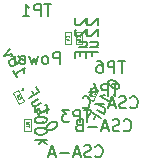
<source format=gbr>
%TF.GenerationSoftware,KiCad,Pcbnew,8.0.5-8.0.5-0~ubuntu24.04.1*%
%TF.CreationDate,2024-09-15T15:23:13-06:00*%
%TF.ProjectId,DRV8311 on motor driver,44525638-3331-4312-906f-6e206d6f746f,rev?*%
%TF.SameCoordinates,Original*%
%TF.FileFunction,AssemblyDrawing,Bot*%
%FSLAX46Y46*%
G04 Gerber Fmt 4.6, Leading zero omitted, Abs format (unit mm)*
G04 Created by KiCad (PCBNEW 8.0.5-8.0.5-0~ubuntu24.04.1) date 2024-09-15 15:23:13*
%MOMM*%
%LPD*%
G01*
G04 APERTURE LIST*
%ADD10C,0.150000*%
%ADD11C,0.040000*%
%ADD12C,0.100000*%
G04 APERTURE END LIST*
D10*
X169674819Y-102409524D02*
X169674819Y-103028571D01*
X169674819Y-103028571D02*
X170055771Y-102695238D01*
X170055771Y-102695238D02*
X170055771Y-102838095D01*
X170055771Y-102838095D02*
X170103390Y-102933333D01*
X170103390Y-102933333D02*
X170151009Y-102980952D01*
X170151009Y-102980952D02*
X170246247Y-103028571D01*
X170246247Y-103028571D02*
X170484342Y-103028571D01*
X170484342Y-103028571D02*
X170579580Y-102980952D01*
X170579580Y-102980952D02*
X170627200Y-102933333D01*
X170627200Y-102933333D02*
X170674819Y-102838095D01*
X170674819Y-102838095D02*
X170674819Y-102552381D01*
X170674819Y-102552381D02*
X170627200Y-102457143D01*
X170627200Y-102457143D02*
X170579580Y-102409524D01*
X169674819Y-103647619D02*
X169674819Y-103742857D01*
X169674819Y-103742857D02*
X169722438Y-103838095D01*
X169722438Y-103838095D02*
X169770057Y-103885714D01*
X169770057Y-103885714D02*
X169865295Y-103933333D01*
X169865295Y-103933333D02*
X170055771Y-103980952D01*
X170055771Y-103980952D02*
X170293866Y-103980952D01*
X170293866Y-103980952D02*
X170484342Y-103933333D01*
X170484342Y-103933333D02*
X170579580Y-103885714D01*
X170579580Y-103885714D02*
X170627200Y-103838095D01*
X170627200Y-103838095D02*
X170674819Y-103742857D01*
X170674819Y-103742857D02*
X170674819Y-103647619D01*
X170674819Y-103647619D02*
X170627200Y-103552381D01*
X170627200Y-103552381D02*
X170579580Y-103504762D01*
X170579580Y-103504762D02*
X170484342Y-103457143D01*
X170484342Y-103457143D02*
X170293866Y-103409524D01*
X170293866Y-103409524D02*
X170055771Y-103409524D01*
X170055771Y-103409524D02*
X169865295Y-103457143D01*
X169865295Y-103457143D02*
X169770057Y-103504762D01*
X169770057Y-103504762D02*
X169722438Y-103552381D01*
X169722438Y-103552381D02*
X169674819Y-103647619D01*
X169674819Y-104600000D02*
X169674819Y-104695238D01*
X169674819Y-104695238D02*
X169722438Y-104790476D01*
X169722438Y-104790476D02*
X169770057Y-104838095D01*
X169770057Y-104838095D02*
X169865295Y-104885714D01*
X169865295Y-104885714D02*
X170055771Y-104933333D01*
X170055771Y-104933333D02*
X170293866Y-104933333D01*
X170293866Y-104933333D02*
X170484342Y-104885714D01*
X170484342Y-104885714D02*
X170579580Y-104838095D01*
X170579580Y-104838095D02*
X170627200Y-104790476D01*
X170627200Y-104790476D02*
X170674819Y-104695238D01*
X170674819Y-104695238D02*
X170674819Y-104600000D01*
X170674819Y-104600000D02*
X170627200Y-104504762D01*
X170627200Y-104504762D02*
X170579580Y-104457143D01*
X170579580Y-104457143D02*
X170484342Y-104409524D01*
X170484342Y-104409524D02*
X170293866Y-104361905D01*
X170293866Y-104361905D02*
X170055771Y-104361905D01*
X170055771Y-104361905D02*
X169865295Y-104409524D01*
X169865295Y-104409524D02*
X169770057Y-104457143D01*
X169770057Y-104457143D02*
X169722438Y-104504762D01*
X169722438Y-104504762D02*
X169674819Y-104600000D01*
X170674819Y-105361905D02*
X169674819Y-105361905D01*
X170293866Y-105457143D02*
X170674819Y-105742857D01*
X170008152Y-105742857D02*
X170389104Y-105361905D01*
D11*
X169168200Y-104056667D02*
X169044391Y-103970000D01*
X169168200Y-103908095D02*
X168908200Y-103908095D01*
X168908200Y-103908095D02*
X168908200Y-104007143D01*
X168908200Y-104007143D02*
X168920581Y-104031905D01*
X168920581Y-104031905D02*
X168932962Y-104044286D01*
X168932962Y-104044286D02*
X168957724Y-104056667D01*
X168957724Y-104056667D02*
X168994867Y-104056667D01*
X168994867Y-104056667D02*
X169019629Y-104044286D01*
X169019629Y-104044286D02*
X169032010Y-104031905D01*
X169032010Y-104031905D02*
X169044391Y-104007143D01*
X169044391Y-104007143D02*
X169044391Y-103908095D01*
X169168200Y-104304286D02*
X169168200Y-104155714D01*
X169168200Y-104230000D02*
X168908200Y-104230000D01*
X168908200Y-104230000D02*
X168945343Y-104205238D01*
X168945343Y-104205238D02*
X168970105Y-104180476D01*
X168970105Y-104180476D02*
X168982486Y-104155714D01*
D10*
X175953876Y-100384653D02*
X175906257Y-100467132D01*
X175906257Y-100467132D02*
X175899877Y-100573420D01*
X175899877Y-100573420D02*
X175917307Y-100638469D01*
X175917307Y-100638469D02*
X175975976Y-100727327D01*
X175975976Y-100727327D02*
X176117124Y-100863805D01*
X176117124Y-100863805D02*
X176323321Y-100982852D01*
X176323321Y-100982852D02*
X176512087Y-101036851D01*
X176512087Y-101036851D02*
X176618375Y-101043231D01*
X176618375Y-101043231D02*
X176683424Y-101025801D01*
X176683424Y-101025801D02*
X176772283Y-100967132D01*
X176772283Y-100967132D02*
X176819902Y-100884653D01*
X176819902Y-100884653D02*
X176826281Y-100778365D01*
X176826281Y-100778365D02*
X176808852Y-100713317D01*
X176808852Y-100713317D02*
X176750183Y-100624458D01*
X176750183Y-100624458D02*
X176609035Y-100487981D01*
X176609035Y-100487981D02*
X176402838Y-100368933D01*
X176402838Y-100368933D02*
X176214072Y-100314934D01*
X176214072Y-100314934D02*
X176107783Y-100308555D01*
X176107783Y-100308555D02*
X176042735Y-100325984D01*
X176042735Y-100325984D02*
X175953876Y-100384653D01*
X176356471Y-101496863D02*
X176373900Y-101561912D01*
X176373900Y-101561912D02*
X176438949Y-101544482D01*
X176438949Y-101544482D02*
X176421519Y-101479434D01*
X176421519Y-101479434D02*
X176356471Y-101496863D01*
X176356471Y-101496863D02*
X176438949Y-101544482D01*
X175938949Y-102410507D02*
X176224664Y-101915636D01*
X176081807Y-102163072D02*
X175215781Y-101663072D01*
X175215781Y-101663072D02*
X175387118Y-101652022D01*
X175387118Y-101652022D02*
X175517216Y-101617162D01*
X175517216Y-101617162D02*
X175606074Y-101558493D01*
X174933028Y-102819482D02*
X175510378Y-103152815D01*
X175147313Y-102448328D02*
X175600946Y-102710233D01*
X175600946Y-102710233D02*
X175659615Y-102799091D01*
X175659615Y-102799091D02*
X175653235Y-102905379D01*
X175653235Y-102905379D02*
X175581807Y-103029097D01*
X175581807Y-103029097D02*
X175492948Y-103087766D01*
X175492948Y-103087766D02*
X175427899Y-103105196D01*
X174651984Y-103591978D02*
X174818650Y-103303303D01*
X175272283Y-103565208D02*
X174406257Y-103065208D01*
X174406257Y-103065208D02*
X174168162Y-103477601D01*
D11*
X174698572Y-101508798D02*
X174714834Y-101504441D01*
X174714834Y-101504441D02*
X174743001Y-101479464D01*
X174743001Y-101479464D02*
X174754905Y-101458844D01*
X174754905Y-101458844D02*
X174762453Y-101421962D01*
X174762453Y-101421962D02*
X174753738Y-101389438D01*
X174753738Y-101389438D02*
X174739071Y-101367223D01*
X174739071Y-101367223D02*
X174703784Y-101333104D01*
X174703784Y-101333104D02*
X174672854Y-101315247D01*
X174672854Y-101315247D02*
X174625663Y-101301747D01*
X174625663Y-101301747D02*
X174599090Y-101300152D01*
X174599090Y-101300152D02*
X174566566Y-101308867D01*
X174566566Y-101308867D02*
X174538399Y-101333844D01*
X174538399Y-101333844D02*
X174526494Y-101354464D01*
X174526494Y-101354464D02*
X174518947Y-101391346D01*
X174518947Y-101391346D02*
X174523304Y-101407608D01*
X174461018Y-101467872D02*
X174377685Y-101612209D01*
X174377685Y-101612209D02*
X174647763Y-101644421D01*
D10*
X174792857Y-106759580D02*
X174840476Y-106807200D01*
X174840476Y-106807200D02*
X174983333Y-106854819D01*
X174983333Y-106854819D02*
X175078571Y-106854819D01*
X175078571Y-106854819D02*
X175221428Y-106807200D01*
X175221428Y-106807200D02*
X175316666Y-106711961D01*
X175316666Y-106711961D02*
X175364285Y-106616723D01*
X175364285Y-106616723D02*
X175411904Y-106426247D01*
X175411904Y-106426247D02*
X175411904Y-106283390D01*
X175411904Y-106283390D02*
X175364285Y-106092914D01*
X175364285Y-106092914D02*
X175316666Y-105997676D01*
X175316666Y-105997676D02*
X175221428Y-105902438D01*
X175221428Y-105902438D02*
X175078571Y-105854819D01*
X175078571Y-105854819D02*
X174983333Y-105854819D01*
X174983333Y-105854819D02*
X174840476Y-105902438D01*
X174840476Y-105902438D02*
X174792857Y-105950057D01*
X174411904Y-106807200D02*
X174269047Y-106854819D01*
X174269047Y-106854819D02*
X174030952Y-106854819D01*
X174030952Y-106854819D02*
X173935714Y-106807200D01*
X173935714Y-106807200D02*
X173888095Y-106759580D01*
X173888095Y-106759580D02*
X173840476Y-106664342D01*
X173840476Y-106664342D02*
X173840476Y-106569104D01*
X173840476Y-106569104D02*
X173888095Y-106473866D01*
X173888095Y-106473866D02*
X173935714Y-106426247D01*
X173935714Y-106426247D02*
X174030952Y-106378628D01*
X174030952Y-106378628D02*
X174221428Y-106331009D01*
X174221428Y-106331009D02*
X174316666Y-106283390D01*
X174316666Y-106283390D02*
X174364285Y-106235771D01*
X174364285Y-106235771D02*
X174411904Y-106140533D01*
X174411904Y-106140533D02*
X174411904Y-106045295D01*
X174411904Y-106045295D02*
X174364285Y-105950057D01*
X174364285Y-105950057D02*
X174316666Y-105902438D01*
X174316666Y-105902438D02*
X174221428Y-105854819D01*
X174221428Y-105854819D02*
X173983333Y-105854819D01*
X173983333Y-105854819D02*
X173840476Y-105902438D01*
X173459523Y-106569104D02*
X172983333Y-106569104D01*
X173554761Y-106854819D02*
X173221428Y-105854819D01*
X173221428Y-105854819D02*
X172888095Y-106854819D01*
X172554761Y-106473866D02*
X171792857Y-106473866D01*
X171364285Y-106569104D02*
X170888095Y-106569104D01*
X171459523Y-106854819D02*
X171126190Y-105854819D01*
X171126190Y-105854819D02*
X170792857Y-106854819D01*
X174411904Y-102854819D02*
X173840476Y-102854819D01*
X174126190Y-103854819D02*
X174126190Y-102854819D01*
X173507142Y-103854819D02*
X173507142Y-102854819D01*
X173507142Y-102854819D02*
X173126190Y-102854819D01*
X173126190Y-102854819D02*
X173030952Y-102902438D01*
X173030952Y-102902438D02*
X172983333Y-102950057D01*
X172983333Y-102950057D02*
X172935714Y-103045295D01*
X172935714Y-103045295D02*
X172935714Y-103188152D01*
X172935714Y-103188152D02*
X172983333Y-103283390D01*
X172983333Y-103283390D02*
X173030952Y-103331009D01*
X173030952Y-103331009D02*
X173126190Y-103378628D01*
X173126190Y-103378628D02*
X173507142Y-103378628D01*
X172602380Y-102854819D02*
X171983333Y-102854819D01*
X171983333Y-102854819D02*
X172316666Y-103235771D01*
X172316666Y-103235771D02*
X172173809Y-103235771D01*
X172173809Y-103235771D02*
X172078571Y-103283390D01*
X172078571Y-103283390D02*
X172030952Y-103331009D01*
X172030952Y-103331009D02*
X171983333Y-103426247D01*
X171983333Y-103426247D02*
X171983333Y-103664342D01*
X171983333Y-103664342D02*
X172030952Y-103759580D01*
X172030952Y-103759580D02*
X172078571Y-103807200D01*
X172078571Y-103807200D02*
X172173809Y-103854819D01*
X172173809Y-103854819D02*
X172459523Y-103854819D01*
X172459523Y-103854819D02*
X172554761Y-103807200D01*
X172554761Y-103807200D02*
X172602380Y-103759580D01*
X174110057Y-95107143D02*
X174062438Y-95154762D01*
X174062438Y-95154762D02*
X174014819Y-95250000D01*
X174014819Y-95250000D02*
X174014819Y-95488095D01*
X174014819Y-95488095D02*
X174062438Y-95583333D01*
X174062438Y-95583333D02*
X174110057Y-95630952D01*
X174110057Y-95630952D02*
X174205295Y-95678571D01*
X174205295Y-95678571D02*
X174300533Y-95678571D01*
X174300533Y-95678571D02*
X174443390Y-95630952D01*
X174443390Y-95630952D02*
X175014819Y-95059524D01*
X175014819Y-95059524D02*
X175014819Y-95678571D01*
X174110057Y-96059524D02*
X174062438Y-96107143D01*
X174062438Y-96107143D02*
X174014819Y-96202381D01*
X174014819Y-96202381D02*
X174014819Y-96440476D01*
X174014819Y-96440476D02*
X174062438Y-96535714D01*
X174062438Y-96535714D02*
X174110057Y-96583333D01*
X174110057Y-96583333D02*
X174205295Y-96630952D01*
X174205295Y-96630952D02*
X174300533Y-96630952D01*
X174300533Y-96630952D02*
X174443390Y-96583333D01*
X174443390Y-96583333D02*
X175014819Y-96011905D01*
X175014819Y-96011905D02*
X175014819Y-96630952D01*
X174348152Y-97488095D02*
X175014819Y-97488095D01*
X174348152Y-97059524D02*
X174871961Y-97059524D01*
X174871961Y-97059524D02*
X174967200Y-97107143D01*
X174967200Y-97107143D02*
X175014819Y-97202381D01*
X175014819Y-97202381D02*
X175014819Y-97345238D01*
X175014819Y-97345238D02*
X174967200Y-97440476D01*
X174967200Y-97440476D02*
X174919580Y-97488095D01*
X174491009Y-98297619D02*
X174491009Y-97964286D01*
X175014819Y-97964286D02*
X174014819Y-97964286D01*
X174014819Y-97964286D02*
X174014819Y-98440476D01*
D11*
X173489765Y-96708333D02*
X173501670Y-96696429D01*
X173501670Y-96696429D02*
X173513574Y-96660714D01*
X173513574Y-96660714D02*
X173513574Y-96636905D01*
X173513574Y-96636905D02*
X173501670Y-96601191D01*
X173501670Y-96601191D02*
X173477860Y-96577381D01*
X173477860Y-96577381D02*
X173454050Y-96565476D01*
X173454050Y-96565476D02*
X173406431Y-96553572D01*
X173406431Y-96553572D02*
X173370717Y-96553572D01*
X173370717Y-96553572D02*
X173323098Y-96565476D01*
X173323098Y-96565476D02*
X173299289Y-96577381D01*
X173299289Y-96577381D02*
X173275479Y-96601191D01*
X173275479Y-96601191D02*
X173263574Y-96636905D01*
X173263574Y-96636905D02*
X173263574Y-96660714D01*
X173263574Y-96660714D02*
X173275479Y-96696429D01*
X173275479Y-96696429D02*
X173287384Y-96708333D01*
X173263574Y-96934524D02*
X173263574Y-96815476D01*
X173263574Y-96815476D02*
X173382622Y-96803572D01*
X173382622Y-96803572D02*
X173370717Y-96815476D01*
X173370717Y-96815476D02*
X173358812Y-96839286D01*
X173358812Y-96839286D02*
X173358812Y-96898810D01*
X173358812Y-96898810D02*
X173370717Y-96922619D01*
X173370717Y-96922619D02*
X173382622Y-96934524D01*
X173382622Y-96934524D02*
X173406431Y-96946429D01*
X173406431Y-96946429D02*
X173465955Y-96946429D01*
X173465955Y-96946429D02*
X173489765Y-96934524D01*
X173489765Y-96934524D02*
X173501670Y-96922619D01*
X173501670Y-96922619D02*
X173513574Y-96898810D01*
X173513574Y-96898810D02*
X173513574Y-96839286D01*
X173513574Y-96839286D02*
X173501670Y-96815476D01*
X173501670Y-96815476D02*
X173489765Y-96803572D01*
D10*
X171574348Y-104010976D02*
X171526729Y-103928497D01*
X171526729Y-103928497D02*
X171437870Y-103869828D01*
X171437870Y-103869828D02*
X171372822Y-103852399D01*
X171372822Y-103852399D02*
X171266533Y-103858778D01*
X171266533Y-103858778D02*
X171077767Y-103912777D01*
X171077767Y-103912777D02*
X170871570Y-104031825D01*
X170871570Y-104031825D02*
X170730423Y-104168302D01*
X170730423Y-104168302D02*
X170671753Y-104257161D01*
X170671753Y-104257161D02*
X170654324Y-104322209D01*
X170654324Y-104322209D02*
X170660703Y-104428497D01*
X170660703Y-104428497D02*
X170708322Y-104510976D01*
X170708322Y-104510976D02*
X170797181Y-104569645D01*
X170797181Y-104569645D02*
X170862230Y-104587075D01*
X170862230Y-104587075D02*
X170968518Y-104580695D01*
X170968518Y-104580695D02*
X171157284Y-104526696D01*
X171157284Y-104526696D02*
X171363481Y-104407649D01*
X171363481Y-104407649D02*
X171504629Y-104271171D01*
X171504629Y-104271171D02*
X171563298Y-104182313D01*
X171563298Y-104182313D02*
X171580728Y-104117264D01*
X171580728Y-104117264D02*
X171574348Y-104010976D01*
X170409849Y-103803528D02*
X170344800Y-103786098D01*
X170344800Y-103786098D02*
X170327370Y-103851147D01*
X170327370Y-103851147D02*
X170392419Y-103868577D01*
X170392419Y-103868577D02*
X170409849Y-103803528D01*
X170409849Y-103803528D02*
X170327370Y-103851147D01*
X169827370Y-102985122D02*
X170113085Y-103479994D01*
X169970227Y-103232558D02*
X170836253Y-102732558D01*
X170836253Y-102732558D02*
X170760154Y-102886465D01*
X170760154Y-102886465D02*
X170725294Y-103016563D01*
X170725294Y-103016563D02*
X170731674Y-103122851D01*
X169976149Y-101909481D02*
X169398799Y-102242815D01*
X170190435Y-102280635D02*
X169736802Y-102542540D01*
X169736802Y-102542540D02*
X169630514Y-102548920D01*
X169630514Y-102548920D02*
X169541656Y-102490250D01*
X169541656Y-102490250D02*
X169470227Y-102366533D01*
X169470227Y-102366533D02*
X169463848Y-102260244D01*
X169463848Y-102260244D02*
X169481277Y-102195196D01*
X169447669Y-101279842D02*
X169614336Y-101568517D01*
X169160704Y-101830422D02*
X170026729Y-101330422D01*
X170026729Y-101330422D02*
X169788634Y-100918028D01*
X168749562Y-101023065D02*
X168708323Y-101046875D01*
X168708323Y-101046875D02*
X168649653Y-101135733D01*
X168649653Y-101135733D02*
X168632224Y-101200782D01*
X167851180Y-99562260D02*
X168136894Y-100057131D01*
X167994037Y-99809696D02*
X168860062Y-99309696D01*
X168860062Y-99309696D02*
X168783963Y-99463603D01*
X168783963Y-99463603D02*
X168749104Y-99593700D01*
X168749104Y-99593700D02*
X168755484Y-99699989D01*
X168288634Y-98319952D02*
X168383872Y-98484910D01*
X168383872Y-98484910D02*
X168390252Y-98591198D01*
X168390252Y-98591198D02*
X168372822Y-98656246D01*
X168372822Y-98656246D02*
X168296723Y-98810154D01*
X168296723Y-98810154D02*
X168155575Y-98946631D01*
X168155575Y-98946631D02*
X167825661Y-99137107D01*
X167825661Y-99137107D02*
X167719373Y-99143487D01*
X167719373Y-99143487D02*
X167654324Y-99126057D01*
X167654324Y-99126057D02*
X167565465Y-99067388D01*
X167565465Y-99067388D02*
X167470227Y-98902431D01*
X167470227Y-98902431D02*
X167463848Y-98796143D01*
X167463848Y-98796143D02*
X167481277Y-98731094D01*
X167481277Y-98731094D02*
X167539946Y-98642236D01*
X167539946Y-98642236D02*
X167746143Y-98523188D01*
X167746143Y-98523188D02*
X167852431Y-98516808D01*
X167852431Y-98516808D02*
X167917480Y-98534238D01*
X167917480Y-98534238D02*
X168006338Y-98592907D01*
X168006338Y-98592907D02*
X168101576Y-98757864D01*
X168101576Y-98757864D02*
X168107956Y-98864152D01*
X168107956Y-98864152D02*
X168090526Y-98929201D01*
X168090526Y-98929201D02*
X168031857Y-99018060D01*
X167785673Y-98115465D02*
X167089275Y-98242602D01*
X167089275Y-98242602D02*
X167547578Y-97703072D01*
D11*
X168243094Y-101830966D02*
X168238736Y-101847228D01*
X168238736Y-101847228D02*
X168246283Y-101884110D01*
X168246283Y-101884110D02*
X168258188Y-101904730D01*
X168258188Y-101904730D02*
X168286355Y-101929707D01*
X168286355Y-101929707D02*
X168318880Y-101938422D01*
X168318880Y-101938422D02*
X168345452Y-101936827D01*
X168345452Y-101936827D02*
X168392643Y-101923327D01*
X168392643Y-101923327D02*
X168423573Y-101905470D01*
X168423573Y-101905470D02*
X168458860Y-101871351D01*
X168458860Y-101871351D02*
X168473527Y-101849136D01*
X168473527Y-101849136D02*
X168482242Y-101816612D01*
X168482242Y-101816612D02*
X168474695Y-101779730D01*
X168474695Y-101779730D02*
X168462790Y-101759110D01*
X168462790Y-101759110D02*
X168434623Y-101734133D01*
X168434623Y-101734133D02*
X168418361Y-101729775D01*
X168331837Y-101532294D02*
X168355647Y-101573533D01*
X168355647Y-101573533D02*
X168357242Y-101600105D01*
X168357242Y-101600105D02*
X168352884Y-101616367D01*
X168352884Y-101616367D02*
X168333860Y-101654844D01*
X168333860Y-101654844D02*
X168298573Y-101688964D01*
X168298573Y-101688964D02*
X168216094Y-101736583D01*
X168216094Y-101736583D02*
X168189522Y-101738178D01*
X168189522Y-101738178D02*
X168173260Y-101733820D01*
X168173260Y-101733820D02*
X168151045Y-101719153D01*
X168151045Y-101719153D02*
X168127236Y-101677914D01*
X168127236Y-101677914D02*
X168125641Y-101651341D01*
X168125641Y-101651341D02*
X168129998Y-101635079D01*
X168129998Y-101635079D02*
X168144666Y-101612865D01*
X168144666Y-101612865D02*
X168196215Y-101583103D01*
X168196215Y-101583103D02*
X168222787Y-101581508D01*
X168222787Y-101581508D02*
X168239049Y-101585865D01*
X168239049Y-101585865D02*
X168261264Y-101600533D01*
X168261264Y-101600533D02*
X168285073Y-101641772D01*
X168285073Y-101641772D02*
X168286668Y-101668344D01*
X168286668Y-101668344D02*
X168282311Y-101684606D01*
X168282311Y-101684606D02*
X168267643Y-101706821D01*
D10*
X171776190Y-98954819D02*
X171776190Y-97954819D01*
X171776190Y-97954819D02*
X171395238Y-97954819D01*
X171395238Y-97954819D02*
X171300000Y-98002438D01*
X171300000Y-98002438D02*
X171252381Y-98050057D01*
X171252381Y-98050057D02*
X171204762Y-98145295D01*
X171204762Y-98145295D02*
X171204762Y-98288152D01*
X171204762Y-98288152D02*
X171252381Y-98383390D01*
X171252381Y-98383390D02*
X171300000Y-98431009D01*
X171300000Y-98431009D02*
X171395238Y-98478628D01*
X171395238Y-98478628D02*
X171776190Y-98478628D01*
X170633333Y-98954819D02*
X170728571Y-98907200D01*
X170728571Y-98907200D02*
X170776190Y-98859580D01*
X170776190Y-98859580D02*
X170823809Y-98764342D01*
X170823809Y-98764342D02*
X170823809Y-98478628D01*
X170823809Y-98478628D02*
X170776190Y-98383390D01*
X170776190Y-98383390D02*
X170728571Y-98335771D01*
X170728571Y-98335771D02*
X170633333Y-98288152D01*
X170633333Y-98288152D02*
X170490476Y-98288152D01*
X170490476Y-98288152D02*
X170395238Y-98335771D01*
X170395238Y-98335771D02*
X170347619Y-98383390D01*
X170347619Y-98383390D02*
X170300000Y-98478628D01*
X170300000Y-98478628D02*
X170300000Y-98764342D01*
X170300000Y-98764342D02*
X170347619Y-98859580D01*
X170347619Y-98859580D02*
X170395238Y-98907200D01*
X170395238Y-98907200D02*
X170490476Y-98954819D01*
X170490476Y-98954819D02*
X170633333Y-98954819D01*
X169966666Y-98288152D02*
X169776190Y-98954819D01*
X169776190Y-98954819D02*
X169585714Y-98478628D01*
X169585714Y-98478628D02*
X169395238Y-98954819D01*
X169395238Y-98954819D02*
X169204762Y-98288152D01*
X168442857Y-98907200D02*
X168538095Y-98954819D01*
X168538095Y-98954819D02*
X168728571Y-98954819D01*
X168728571Y-98954819D02*
X168823809Y-98907200D01*
X168823809Y-98907200D02*
X168871428Y-98811961D01*
X168871428Y-98811961D02*
X168871428Y-98431009D01*
X168871428Y-98431009D02*
X168823809Y-98335771D01*
X168823809Y-98335771D02*
X168728571Y-98288152D01*
X168728571Y-98288152D02*
X168538095Y-98288152D01*
X168538095Y-98288152D02*
X168442857Y-98335771D01*
X168442857Y-98335771D02*
X168395238Y-98431009D01*
X168395238Y-98431009D02*
X168395238Y-98526247D01*
X168395238Y-98526247D02*
X168871428Y-98621485D01*
X167966666Y-98954819D02*
X167966666Y-98288152D01*
X167966666Y-98478628D02*
X167919047Y-98383390D01*
X167919047Y-98383390D02*
X167871428Y-98335771D01*
X167871428Y-98335771D02*
X167776190Y-98288152D01*
X167776190Y-98288152D02*
X167680952Y-98288152D01*
X171061904Y-93904819D02*
X170490476Y-93904819D01*
X170776190Y-94904819D02*
X170776190Y-93904819D01*
X170157142Y-94904819D02*
X170157142Y-93904819D01*
X170157142Y-93904819D02*
X169776190Y-93904819D01*
X169776190Y-93904819D02*
X169680952Y-93952438D01*
X169680952Y-93952438D02*
X169633333Y-94000057D01*
X169633333Y-94000057D02*
X169585714Y-94095295D01*
X169585714Y-94095295D02*
X169585714Y-94238152D01*
X169585714Y-94238152D02*
X169633333Y-94333390D01*
X169633333Y-94333390D02*
X169680952Y-94381009D01*
X169680952Y-94381009D02*
X169776190Y-94428628D01*
X169776190Y-94428628D02*
X170157142Y-94428628D01*
X168633333Y-94904819D02*
X169204761Y-94904819D01*
X168919047Y-94904819D02*
X168919047Y-93904819D01*
X168919047Y-93904819D02*
X169014285Y-94047676D01*
X169014285Y-94047676D02*
X169109523Y-94142914D01*
X169109523Y-94142914D02*
X169204761Y-94190533D01*
X173160057Y-95107143D02*
X173112438Y-95154762D01*
X173112438Y-95154762D02*
X173064819Y-95250000D01*
X173064819Y-95250000D02*
X173064819Y-95488095D01*
X173064819Y-95488095D02*
X173112438Y-95583333D01*
X173112438Y-95583333D02*
X173160057Y-95630952D01*
X173160057Y-95630952D02*
X173255295Y-95678571D01*
X173255295Y-95678571D02*
X173350533Y-95678571D01*
X173350533Y-95678571D02*
X173493390Y-95630952D01*
X173493390Y-95630952D02*
X174064819Y-95059524D01*
X174064819Y-95059524D02*
X174064819Y-95678571D01*
X173160057Y-96059524D02*
X173112438Y-96107143D01*
X173112438Y-96107143D02*
X173064819Y-96202381D01*
X173064819Y-96202381D02*
X173064819Y-96440476D01*
X173064819Y-96440476D02*
X173112438Y-96535714D01*
X173112438Y-96535714D02*
X173160057Y-96583333D01*
X173160057Y-96583333D02*
X173255295Y-96630952D01*
X173255295Y-96630952D02*
X173350533Y-96630952D01*
X173350533Y-96630952D02*
X173493390Y-96583333D01*
X173493390Y-96583333D02*
X174064819Y-96011905D01*
X174064819Y-96011905D02*
X174064819Y-96630952D01*
X173398152Y-97488095D02*
X174064819Y-97488095D01*
X173398152Y-97059524D02*
X173921961Y-97059524D01*
X173921961Y-97059524D02*
X174017200Y-97107143D01*
X174017200Y-97107143D02*
X174064819Y-97202381D01*
X174064819Y-97202381D02*
X174064819Y-97345238D01*
X174064819Y-97345238D02*
X174017200Y-97440476D01*
X174017200Y-97440476D02*
X173969580Y-97488095D01*
X173541009Y-98297619D02*
X173541009Y-97964286D01*
X174064819Y-97964286D02*
X173064819Y-97964286D01*
X173064819Y-97964286D02*
X173064819Y-98440476D01*
D11*
X172539765Y-96708333D02*
X172551670Y-96696429D01*
X172551670Y-96696429D02*
X172563574Y-96660714D01*
X172563574Y-96660714D02*
X172563574Y-96636905D01*
X172563574Y-96636905D02*
X172551670Y-96601191D01*
X172551670Y-96601191D02*
X172527860Y-96577381D01*
X172527860Y-96577381D02*
X172504050Y-96565476D01*
X172504050Y-96565476D02*
X172456431Y-96553572D01*
X172456431Y-96553572D02*
X172420717Y-96553572D01*
X172420717Y-96553572D02*
X172373098Y-96565476D01*
X172373098Y-96565476D02*
X172349289Y-96577381D01*
X172349289Y-96577381D02*
X172325479Y-96601191D01*
X172325479Y-96601191D02*
X172313574Y-96636905D01*
X172313574Y-96636905D02*
X172313574Y-96660714D01*
X172313574Y-96660714D02*
X172325479Y-96696429D01*
X172325479Y-96696429D02*
X172337384Y-96708333D01*
X172396908Y-96922619D02*
X172563574Y-96922619D01*
X172301670Y-96863095D02*
X172480241Y-96803572D01*
X172480241Y-96803572D02*
X172480241Y-96958333D01*
D10*
X177764285Y-102609580D02*
X177811904Y-102657200D01*
X177811904Y-102657200D02*
X177954761Y-102704819D01*
X177954761Y-102704819D02*
X178049999Y-102704819D01*
X178049999Y-102704819D02*
X178192856Y-102657200D01*
X178192856Y-102657200D02*
X178288094Y-102561961D01*
X178288094Y-102561961D02*
X178335713Y-102466723D01*
X178335713Y-102466723D02*
X178383332Y-102276247D01*
X178383332Y-102276247D02*
X178383332Y-102133390D01*
X178383332Y-102133390D02*
X178335713Y-101942914D01*
X178335713Y-101942914D02*
X178288094Y-101847676D01*
X178288094Y-101847676D02*
X178192856Y-101752438D01*
X178192856Y-101752438D02*
X178049999Y-101704819D01*
X178049999Y-101704819D02*
X177954761Y-101704819D01*
X177954761Y-101704819D02*
X177811904Y-101752438D01*
X177811904Y-101752438D02*
X177764285Y-101800057D01*
X177383332Y-102657200D02*
X177240475Y-102704819D01*
X177240475Y-102704819D02*
X177002380Y-102704819D01*
X177002380Y-102704819D02*
X176907142Y-102657200D01*
X176907142Y-102657200D02*
X176859523Y-102609580D01*
X176859523Y-102609580D02*
X176811904Y-102514342D01*
X176811904Y-102514342D02*
X176811904Y-102419104D01*
X176811904Y-102419104D02*
X176859523Y-102323866D01*
X176859523Y-102323866D02*
X176907142Y-102276247D01*
X176907142Y-102276247D02*
X177002380Y-102228628D01*
X177002380Y-102228628D02*
X177192856Y-102181009D01*
X177192856Y-102181009D02*
X177288094Y-102133390D01*
X177288094Y-102133390D02*
X177335713Y-102085771D01*
X177335713Y-102085771D02*
X177383332Y-101990533D01*
X177383332Y-101990533D02*
X177383332Y-101895295D01*
X177383332Y-101895295D02*
X177335713Y-101800057D01*
X177335713Y-101800057D02*
X177288094Y-101752438D01*
X177288094Y-101752438D02*
X177192856Y-101704819D01*
X177192856Y-101704819D02*
X176954761Y-101704819D01*
X176954761Y-101704819D02*
X176811904Y-101752438D01*
X176430951Y-102419104D02*
X175954761Y-102419104D01*
X176526189Y-102704819D02*
X176192856Y-101704819D01*
X176192856Y-101704819D02*
X175859523Y-102704819D01*
X175526189Y-102323866D02*
X174764285Y-102323866D01*
X173716666Y-102609580D02*
X173764285Y-102657200D01*
X173764285Y-102657200D02*
X173907142Y-102704819D01*
X173907142Y-102704819D02*
X174002380Y-102704819D01*
X174002380Y-102704819D02*
X174145237Y-102657200D01*
X174145237Y-102657200D02*
X174240475Y-102561961D01*
X174240475Y-102561961D02*
X174288094Y-102466723D01*
X174288094Y-102466723D02*
X174335713Y-102276247D01*
X174335713Y-102276247D02*
X174335713Y-102133390D01*
X174335713Y-102133390D02*
X174288094Y-101942914D01*
X174288094Y-101942914D02*
X174240475Y-101847676D01*
X174240475Y-101847676D02*
X174145237Y-101752438D01*
X174145237Y-101752438D02*
X174002380Y-101704819D01*
X174002380Y-101704819D02*
X173907142Y-101704819D01*
X173907142Y-101704819D02*
X173764285Y-101752438D01*
X173764285Y-101752438D02*
X173716666Y-101800057D01*
X177311904Y-98704819D02*
X176740476Y-98704819D01*
X177026190Y-99704819D02*
X177026190Y-98704819D01*
X176407142Y-99704819D02*
X176407142Y-98704819D01*
X176407142Y-98704819D02*
X176026190Y-98704819D01*
X176026190Y-98704819D02*
X175930952Y-98752438D01*
X175930952Y-98752438D02*
X175883333Y-98800057D01*
X175883333Y-98800057D02*
X175835714Y-98895295D01*
X175835714Y-98895295D02*
X175835714Y-99038152D01*
X175835714Y-99038152D02*
X175883333Y-99133390D01*
X175883333Y-99133390D02*
X175930952Y-99181009D01*
X175930952Y-99181009D02*
X176026190Y-99228628D01*
X176026190Y-99228628D02*
X176407142Y-99228628D01*
X174978571Y-98704819D02*
X175169047Y-98704819D01*
X175169047Y-98704819D02*
X175264285Y-98752438D01*
X175264285Y-98752438D02*
X175311904Y-98800057D01*
X175311904Y-98800057D02*
X175407142Y-98942914D01*
X175407142Y-98942914D02*
X175454761Y-99133390D01*
X175454761Y-99133390D02*
X175454761Y-99514342D01*
X175454761Y-99514342D02*
X175407142Y-99609580D01*
X175407142Y-99609580D02*
X175359523Y-99657200D01*
X175359523Y-99657200D02*
X175264285Y-99704819D01*
X175264285Y-99704819D02*
X175073809Y-99704819D01*
X175073809Y-99704819D02*
X174978571Y-99657200D01*
X174978571Y-99657200D02*
X174930952Y-99609580D01*
X174930952Y-99609580D02*
X174883333Y-99514342D01*
X174883333Y-99514342D02*
X174883333Y-99276247D01*
X174883333Y-99276247D02*
X174930952Y-99181009D01*
X174930952Y-99181009D02*
X174978571Y-99133390D01*
X174978571Y-99133390D02*
X175073809Y-99085771D01*
X175073809Y-99085771D02*
X175264285Y-99085771D01*
X175264285Y-99085771D02*
X175359523Y-99133390D01*
X175359523Y-99133390D02*
X175407142Y-99181009D01*
X175407142Y-99181009D02*
X175454761Y-99276247D01*
X177214285Y-104559580D02*
X177261904Y-104607200D01*
X177261904Y-104607200D02*
X177404761Y-104654819D01*
X177404761Y-104654819D02*
X177499999Y-104654819D01*
X177499999Y-104654819D02*
X177642856Y-104607200D01*
X177642856Y-104607200D02*
X177738094Y-104511961D01*
X177738094Y-104511961D02*
X177785713Y-104416723D01*
X177785713Y-104416723D02*
X177833332Y-104226247D01*
X177833332Y-104226247D02*
X177833332Y-104083390D01*
X177833332Y-104083390D02*
X177785713Y-103892914D01*
X177785713Y-103892914D02*
X177738094Y-103797676D01*
X177738094Y-103797676D02*
X177642856Y-103702438D01*
X177642856Y-103702438D02*
X177499999Y-103654819D01*
X177499999Y-103654819D02*
X177404761Y-103654819D01*
X177404761Y-103654819D02*
X177261904Y-103702438D01*
X177261904Y-103702438D02*
X177214285Y-103750057D01*
X176833332Y-104607200D02*
X176690475Y-104654819D01*
X176690475Y-104654819D02*
X176452380Y-104654819D01*
X176452380Y-104654819D02*
X176357142Y-104607200D01*
X176357142Y-104607200D02*
X176309523Y-104559580D01*
X176309523Y-104559580D02*
X176261904Y-104464342D01*
X176261904Y-104464342D02*
X176261904Y-104369104D01*
X176261904Y-104369104D02*
X176309523Y-104273866D01*
X176309523Y-104273866D02*
X176357142Y-104226247D01*
X176357142Y-104226247D02*
X176452380Y-104178628D01*
X176452380Y-104178628D02*
X176642856Y-104131009D01*
X176642856Y-104131009D02*
X176738094Y-104083390D01*
X176738094Y-104083390D02*
X176785713Y-104035771D01*
X176785713Y-104035771D02*
X176833332Y-103940533D01*
X176833332Y-103940533D02*
X176833332Y-103845295D01*
X176833332Y-103845295D02*
X176785713Y-103750057D01*
X176785713Y-103750057D02*
X176738094Y-103702438D01*
X176738094Y-103702438D02*
X176642856Y-103654819D01*
X176642856Y-103654819D02*
X176404761Y-103654819D01*
X176404761Y-103654819D02*
X176261904Y-103702438D01*
X175880951Y-104369104D02*
X175404761Y-104369104D01*
X175976189Y-104654819D02*
X175642856Y-103654819D01*
X175642856Y-103654819D02*
X175309523Y-104654819D01*
X174976189Y-104273866D02*
X174214285Y-104273866D01*
X173404761Y-104131009D02*
X173261904Y-104178628D01*
X173261904Y-104178628D02*
X173214285Y-104226247D01*
X173214285Y-104226247D02*
X173166666Y-104321485D01*
X173166666Y-104321485D02*
X173166666Y-104464342D01*
X173166666Y-104464342D02*
X173214285Y-104559580D01*
X173214285Y-104559580D02*
X173261904Y-104607200D01*
X173261904Y-104607200D02*
X173357142Y-104654819D01*
X173357142Y-104654819D02*
X173738094Y-104654819D01*
X173738094Y-104654819D02*
X173738094Y-103654819D01*
X173738094Y-103654819D02*
X173404761Y-103654819D01*
X173404761Y-103654819D02*
X173309523Y-103702438D01*
X173309523Y-103702438D02*
X173261904Y-103750057D01*
X173261904Y-103750057D02*
X173214285Y-103845295D01*
X173214285Y-103845295D02*
X173214285Y-103940533D01*
X173214285Y-103940533D02*
X173261904Y-104035771D01*
X173261904Y-104035771D02*
X173309523Y-104083390D01*
X173309523Y-104083390D02*
X173404761Y-104131009D01*
X173404761Y-104131009D02*
X173738094Y-104131009D01*
X176761904Y-100654819D02*
X176190476Y-100654819D01*
X176476190Y-101654819D02*
X176476190Y-100654819D01*
X175857142Y-101654819D02*
X175857142Y-100654819D01*
X175857142Y-100654819D02*
X175476190Y-100654819D01*
X175476190Y-100654819D02*
X175380952Y-100702438D01*
X175380952Y-100702438D02*
X175333333Y-100750057D01*
X175333333Y-100750057D02*
X175285714Y-100845295D01*
X175285714Y-100845295D02*
X175285714Y-100988152D01*
X175285714Y-100988152D02*
X175333333Y-101083390D01*
X175333333Y-101083390D02*
X175380952Y-101131009D01*
X175380952Y-101131009D02*
X175476190Y-101178628D01*
X175476190Y-101178628D02*
X175857142Y-101178628D01*
X174428571Y-100988152D02*
X174428571Y-101654819D01*
X174666666Y-100607200D02*
X174904761Y-101321485D01*
X174904761Y-101321485D02*
X174285714Y-101321485D01*
D12*
%TO.C,R1*%
X168780000Y-103575000D02*
X169319999Y-103575000D01*
X168780001Y-104625000D02*
X168780000Y-103575000D01*
X169319999Y-103575000D02*
X169320000Y-104625000D01*
X169320000Y-104625000D02*
X168780001Y-104625000D01*
%TO.C,C7*%
X174133494Y-101808013D02*
X174633494Y-100941987D01*
X174566506Y-102058013D02*
X174133494Y-101808013D01*
X174633494Y-100941987D02*
X175066506Y-101191987D01*
X175066506Y-101191987D02*
X174566506Y-102058013D01*
%TO.C,C5*%
X173150000Y-96250000D02*
X173650000Y-96250000D01*
X173150000Y-97250000D02*
X173150000Y-96250000D01*
X173650000Y-96250000D02*
X173650000Y-97250000D01*
X173650000Y-97250000D02*
X173150000Y-97250000D01*
%TO.C,C6*%
X167833494Y-101441987D02*
X168266506Y-101191987D01*
X168266506Y-101191987D02*
X168766506Y-102058013D01*
X168333494Y-102308013D02*
X167833494Y-101441987D01*
X168766506Y-102058013D02*
X168333494Y-102308013D01*
%TO.C,C4*%
X172200000Y-96250000D02*
X172700000Y-96250000D01*
X172200000Y-97250000D02*
X172200000Y-96250000D01*
X172700000Y-96250000D02*
X172700000Y-97250000D01*
X172700000Y-97250000D02*
X172200000Y-97250000D01*
%TD*%
M02*

</source>
